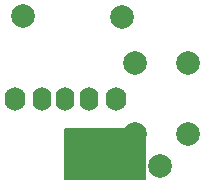
<source format=gbr>
%TF.GenerationSoftware,KiCad,Pcbnew,(7.0.0)*%
%TF.CreationDate,2023-03-08T18:54:54-06:00*%
%TF.ProjectId,Button Board,42757474-6f6e-4204-926f-6172642e6b69,rev?*%
%TF.SameCoordinates,Original*%
%TF.FileFunction,Copper,L1,Top*%
%TF.FilePolarity,Positive*%
%FSLAX46Y46*%
G04 Gerber Fmt 4.6, Leading zero omitted, Abs format (unit mm)*
G04 Created by KiCad (PCBNEW (7.0.0)) date 2023-03-08 18:54:54*
%MOMM*%
%LPD*%
G01*
G04 APERTURE LIST*
%TA.AperFunction,EtchedComponent*%
%ADD10C,0.200000*%
%TD*%
%TA.AperFunction,ComponentPad*%
%ADD11C,2.000000*%
%TD*%
%TA.AperFunction,ComponentPad*%
%ADD12O,1.600000X2.000000*%
%TD*%
%TA.AperFunction,ComponentPad*%
%ADD13O,1.750000X2.000000*%
%TD*%
%TA.AperFunction,ComponentPad*%
%ADD14R,6.000000X3.500000*%
%TD*%
G04 APERTURE END LIST*
D10*
%TO.C,J4*%
X145911000Y-105249000D02*
X152661000Y-105249000D01*
X152661000Y-105249000D02*
X152661000Y-109499000D01*
X152661000Y-109499000D02*
X145911000Y-109499000D01*
X145911000Y-109499000D02*
X145911000Y-105249000D01*
G36*
X145911000Y-105249000D02*
G01*
X152661000Y-105249000D01*
X152661000Y-109499000D01*
X145911000Y-109499000D01*
X145911000Y-105249000D01*
G37*
%TD*%
D11*
%TO.P,J3,1,Pin_1*%
%TO.N,Net-(J3-Pin_1)*%
X153919000Y-108389000D03*
%TD*%
%TO.P,J2,1,Pin_1*%
%TO.N,Net-(J2-Pin_1)*%
X150743000Y-95767000D03*
%TD*%
%TO.P,SW2,1,1*%
%TO.N,Net-(J3-Pin_1)*%
X151831000Y-99671000D03*
%TO.P,SW2,2,2*%
%TO.N,Net-(SW2-Pad2)*%
X156331000Y-99671000D03*
%TO.P,SW2,3,3*%
%TO.N,Net-(J3-Pin_1)*%
X151831000Y-105671000D03*
%TO.P,SW2,4,4*%
%TO.N,Net-(SW2-Pad2)*%
X156331000Y-105671000D03*
%TD*%
%TO.P,J1,1,Pin_1*%
%TO.N,Net-(J1-Pin_1)*%
X142365000Y-95652000D03*
%TD*%
D12*
%TO.P,SW1,1,A*%
%TO.N,Net-(J1-Pin_1)*%
X143916999Y-102651999D03*
%TO.P,SW1,2,B*%
%TO.N,Net-(J3-Pin_1)*%
X145916999Y-102651999D03*
%TO.P,SW1,3,C*%
%TO.N,Net-(J2-Pin_1)*%
X147916999Y-102651999D03*
D13*
%TO.P,SW1,4,GND*%
%TO.N,unconnected-(SW1A-GND-Pad4)*%
X141666999Y-102651999D03*
%TO.P,SW1,5,GND*%
%TO.N,unconnected-(SW1A-GND-Pad5)*%
X150166999Y-102651999D03*
%TD*%
D14*
%TO.P,J4,1,Pin_1*%
%TO.N,Net-(J3-Pin_1)*%
X148810999Y-107154999D03*
%TD*%
M02*

</source>
